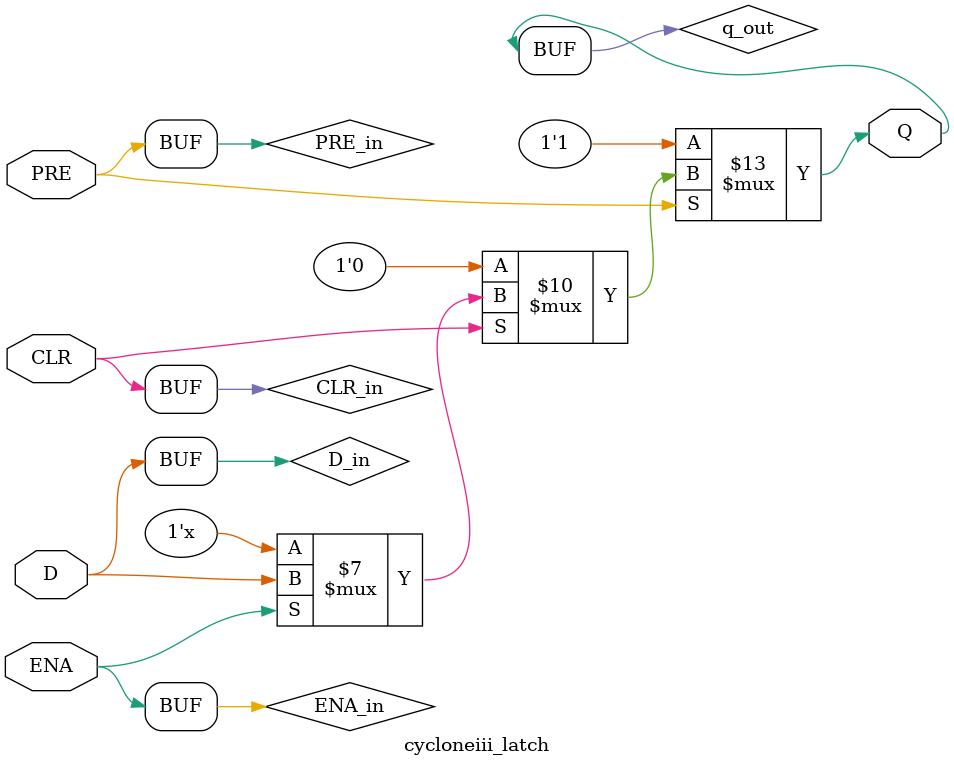
<source format=v>
module cycloneiii_latch(D, ENA, PRE, CLR, Q);
   input D;
   input ENA, PRE, CLR;
   output Q;
   reg 	  q_out;
   specify
      $setup (D, negedge ENA, 0) ;
      $hold (negedge ENA, D, 0) ;
      (D => Q) = (0, 0);
      (negedge ENA => (Q +: q_out)) = (0, 0);
      (negedge PRE => (Q +: q_out)) = (0, 0);
      (negedge CLR => (Q +: q_out)) = (0, 0);
   endspecify
   wire D_in;
   wire ENA_in;
   wire PRE_in;
   wire CLR_in;
   buf (D_in, D);
   buf (ENA_in, ENA);
   buf (PRE_in, PRE);
   buf (CLR_in, CLR);
   initial
      begin
	 q_out <= 1'b0;
      end
   always @(D_in or ENA_in or PRE_in or CLR_in)
      begin
	 if (PRE_in == 1'b0)
	    begin
	       // latch being preset, preset is active low
	       q_out <= 1'b1;
	    end
	 else if (CLR_in == 1'b0)
	    begin
	       // latch being cleared, clear is active low
	       q_out <= 1'b0;
	    end
	      else if (ENA_in == 1'b1)
		 begin
		    // latch is transparent
		    q_out <= D_in;
		 end
      end
   and (Q, q_out, 1'b1);
endmodule
</source>
